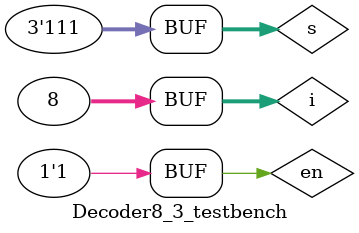
<source format=sv>
`timescale 1ps/1ps
module Decoder8_3 (out, en, s);
	output logic [7:0] out;
	input  logic       en;
	input  logic [2:0] s;
	logic        [2:0] o;		// invert s
	
	parameter delay = 50;
	
	not #delay inver2 (o[2], s[2]);
	not #delay inver1 (o[1], s[1]);
	not #delay inver0 (o[0], s[0]);
	
	and #delay g000 (out[0], o[2], o[1], o[0], en);
	and #delay g001 (out[1], o[2], o[1], s[0], en);
	and #delay g010 (out[2], o[2], s[1], o[0], en);
	and #delay g011 (out[3], o[2], s[1], s[0], en);
	and #delay g100 (out[4], s[2], o[1], o[0], en);
	and #delay g101 (out[5], s[2], o[1], s[0], en);
	and #delay g110 (out[6], s[2], s[1], o[0], en);
	and #delay g111 (out[7], s[2], s[1], s[0], en);
endmodule


module Decoder8_3_testbench();
	logic [7:0] out;
	logic       en;
	logic [2:0] s;
	Decoder8_3 dut (.out, .en, .s);
	// Try all combinations of inputs.
	integer i;
	initial begin
		en = 1'b0;
		for(i = 0; i <8; i++) begin
			s[2:0] = i; #1000;
		end
		en = 1'b1;
		for(i = 0; i <8; i++) begin
			s[2:0] = i; #1000;
		end
	end
endmodule

</source>
